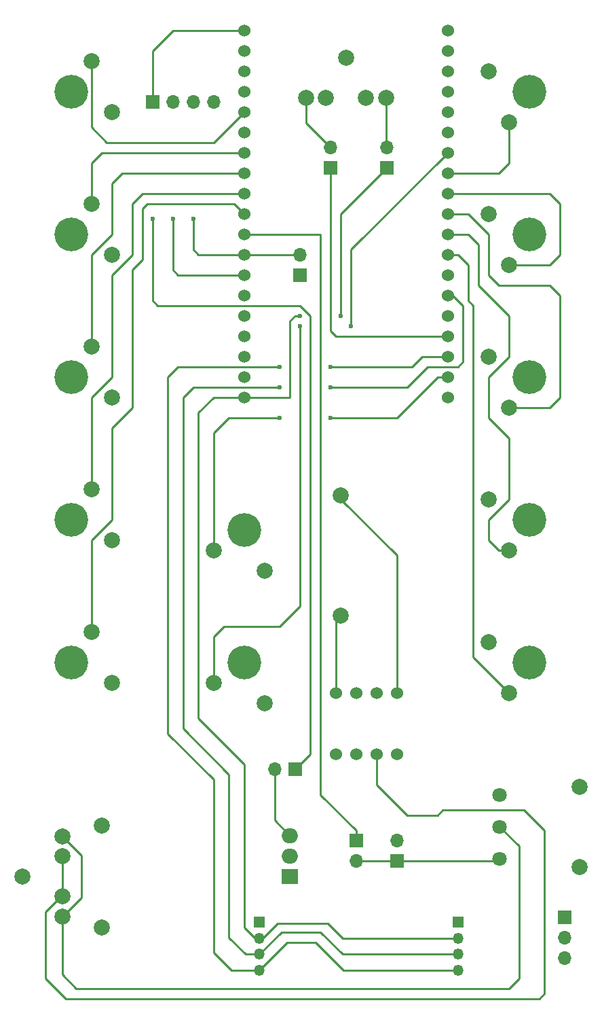
<source format=gtl>
G04 #@! TF.GenerationSoftware,KiCad,Pcbnew,(5.1.8)-1*
G04 #@! TF.CreationDate,2021-04-09T23:43:51+09:00*
G04 #@! TF.ProjectId,windsynyh5,77696e64-7379-46e7-9968-352e6b696361,rev?*
G04 #@! TF.SameCoordinates,Original*
G04 #@! TF.FileFunction,Copper,L1,Top*
G04 #@! TF.FilePolarity,Positive*
%FSLAX46Y46*%
G04 Gerber Fmt 4.6, Leading zero omitted, Abs format (unit mm)*
G04 Created by KiCad (PCBNEW (5.1.8)-1) date 2021-04-09 23:43:51*
%MOMM*%
%LPD*%
G01*
G04 APERTURE LIST*
G04 #@! TA.AperFunction,ComponentPad*
%ADD10C,2.000000*%
G04 #@! TD*
G04 #@! TA.AperFunction,ComponentPad*
%ADD11R,2.000000X1.905000*%
G04 #@! TD*
G04 #@! TA.AperFunction,ComponentPad*
%ADD12O,2.000000X1.905000*%
G04 #@! TD*
G04 #@! TA.AperFunction,ComponentPad*
%ADD13C,1.800000*%
G04 #@! TD*
G04 #@! TA.AperFunction,ComponentPad*
%ADD14C,1.524000*%
G04 #@! TD*
G04 #@! TA.AperFunction,ComponentPad*
%ADD15C,4.200000*%
G04 #@! TD*
G04 #@! TA.AperFunction,ComponentPad*
%ADD16R,1.700000X1.700000*%
G04 #@! TD*
G04 #@! TA.AperFunction,ComponentPad*
%ADD17O,1.700000X1.700000*%
G04 #@! TD*
G04 #@! TA.AperFunction,ComponentPad*
%ADD18R,1.350000X1.350000*%
G04 #@! TD*
G04 #@! TA.AperFunction,ComponentPad*
%ADD19O,1.350000X1.350000*%
G04 #@! TD*
G04 #@! TA.AperFunction,ViaPad*
%ADD20C,0.600000*%
G04 #@! TD*
G04 #@! TA.AperFunction,Conductor*
%ADD21C,0.250000*%
G04 #@! TD*
G04 APERTURE END LIST*
D10*
G04 #@! TO.P,HEADPHONE,5*
G04 #@! TO.N,Net-(P3-Pad2)*
X117650000Y-162005000D03*
G04 #@! TO.P,HEADPHONE,4*
G04 #@! TO.N,Net-(P3-Pad3)*
X117650000Y-164505000D03*
G04 #@! TO.P,HEADPHONE,3*
X117650000Y-169505000D03*
G04 #@! TO.P,HEADPHONE,2*
G04 #@! TO.N,Net-(P3-Pad2)*
X117650000Y-172005000D03*
G04 #@! TO.P,HEADPHONE,1*
G04 #@! TO.N,GND*
X112650000Y-167005000D03*
G04 #@! TD*
G04 #@! TO.P,TRS-MIDI,5*
G04 #@! TO.N,Net-(P8-Pad5)*
X158035000Y-70025000D03*
G04 #@! TO.P,TRS-MIDI,4*
G04 #@! TO.N,Net-(P8-Pad4)*
X155535000Y-70025000D03*
G04 #@! TO.P,TRS-MIDI,3*
G04 #@! TO.N,Net-(P8-Pad3)*
X150535000Y-70025000D03*
G04 #@! TO.P,TRS-MIDI,2*
G04 #@! TO.N,Net-(P8-Pad2)*
X148035000Y-70025000D03*
G04 #@! TO.P,TRS-MIDI,1*
G04 #@! TO.N,GND*
X153035000Y-65025000D03*
G04 #@! TD*
G04 #@! TO.P,BATTERY (\u002A),2*
G04 #@! TO.N,GND*
X122555000Y-160655000D03*
G04 #@! TO.P,BATTERY (\u002A),1*
G04 #@! TO.N,Net-(P4-Pad1)*
X122555000Y-173355000D03*
G04 #@! TD*
D11*
G04 #@! TO.P,L7805,1*
G04 #@! TO.N,+9V*
X146050000Y-167005000D03*
D12*
G04 #@! TO.P,L7805,2*
G04 #@! TO.N,GND*
X146050000Y-164465000D03*
G04 #@! TO.P,L7805,3*
G04 #@! TO.N,Net-(D2-Pad2)*
X146050000Y-161925000D03*
G04 #@! TD*
D10*
G04 #@! TO.P,VOLUME,*
G04 #@! TO.N,*
X182205000Y-165845000D03*
D13*
G04 #@! TO.P,VOLUME,3*
G04 #@! TO.N,Net-(C1-Pad1)*
X172205000Y-164845000D03*
G04 #@! TO.P,VOLUME,2*
G04 #@! TO.N,Net-(P3-Pad2)*
X172205000Y-160845000D03*
G04 #@! TO.P,VOLUME,1*
G04 #@! TO.N,GND*
X172205000Y-156845000D03*
D10*
G04 #@! TO.P,VOLUME,*
G04 #@! TO.N,*
X182205000Y-155845000D03*
G04 #@! TD*
D14*
G04 #@! TO.P,ESP32-DEVKIT-C (\u002A),10*
G04 #@! TO.N,Net-(KeyB1-Pad1)*
X140335000Y-84455000D03*
G04 #@! TO.P,ESP32-DEVKIT-C (\u002A),29*
G04 #@! TO.N,Net-(KeyD1-Pad1)*
X165735000Y-84455000D03*
G04 #@! TO.P,ESP32-DEVKIT-C (\u002A),9*
G04 #@! TO.N,Net-(R1-Pad1)*
X140335000Y-86995000D03*
G04 #@! TO.P,ESP32-DEVKIT-C (\u002A),8*
G04 #@! TO.N,Net-(D1-Pad2)*
X140335000Y-89535000D03*
G04 #@! TO.P,ESP32-DEVKIT-C (\u002A),7*
G04 #@! TO.N,Net-(P5-Pad2)*
X140335000Y-92075000D03*
G04 #@! TO.P,ESP32-DEVKIT-C (\u002A),6*
G04 #@! TO.N,Net-(U1-Pad6)*
X140335000Y-94615000D03*
G04 #@! TO.P,ESP32-DEVKIT-C (\u002A),5*
G04 #@! TO.N,Net-(U1-Pad5)*
X140335000Y-97155000D03*
G04 #@! TO.P,ESP32-DEVKIT-C (\u002A),11*
G04 #@! TO.N,Net-(KeyA1-Pad1)*
X140335000Y-81915000D03*
G04 #@! TO.P,ESP32-DEVKIT-C (\u002A),12*
G04 #@! TO.N,Net-(KeyG1-Pad1)*
X140335000Y-79375000D03*
G04 #@! TO.P,ESP32-DEVKIT-C (\u002A),13*
G04 #@! TO.N,Net-(KeyG#1-Pad1)*
X140335000Y-76835000D03*
G04 #@! TO.P,ESP32-DEVKIT-C (\u002A),14*
G04 #@! TO.N,GND*
X140335000Y-74295000D03*
G04 #@! TO.P,ESP32-DEVKIT-C (\u002A),15*
G04 #@! TO.N,Net-(KeyLowC#1-Pad1)*
X140335000Y-71755000D03*
G04 #@! TO.P,ESP32-DEVKIT-C (\u002A),16*
G04 #@! TO.N,Net-(U1-Pad16)*
X140335000Y-69215000D03*
G04 #@! TO.P,ESP32-DEVKIT-C (\u002A),17*
G04 #@! TO.N,Net-(U1-Pad17)*
X140335000Y-66675000D03*
G04 #@! TO.P,ESP32-DEVKIT-C (\u002A),4*
G04 #@! TO.N,Net-(U1-Pad4)*
X140335000Y-99695000D03*
G04 #@! TO.P,ESP32-DEVKIT-C (\u002A),3*
G04 #@! TO.N,Net-(U1-Pad3)*
X140335000Y-102235000D03*
G04 #@! TO.P,ESP32-DEVKIT-C (\u002A),18*
G04 #@! TO.N,Net-(U1-Pad18)*
X140335000Y-64135000D03*
G04 #@! TO.P,ESP32-DEVKIT-C (\u002A),2*
G04 #@! TO.N,Net-(U1-Pad2)*
X140335000Y-104775000D03*
G04 #@! TO.P,ESP32-DEVKIT-C (\u002A),1*
G04 #@! TO.N,Net-(P1-Pad2)*
X140335000Y-107315000D03*
G04 #@! TO.P,ESP32-DEVKIT-C (\u002A),19*
G04 #@! TO.N,+5V*
X140335000Y-61595000D03*
G04 #@! TO.P,ESP32-DEVKIT-C (\u002A),20*
G04 #@! TO.N,Net-(U1-Pad20)*
X165735000Y-61595000D03*
G04 #@! TO.P,ESP32-DEVKIT-C (\u002A),21*
G04 #@! TO.N,Net-(U1-Pad21)*
X165735000Y-64135000D03*
G04 #@! TO.P,ESP32-DEVKIT-C (\u002A),22*
G04 #@! TO.N,Net-(U1-Pad22)*
X165735000Y-66675000D03*
G04 #@! TO.P,ESP32-DEVKIT-C (\u002A),23*
G04 #@! TO.N,Net-(U1-Pad23)*
X165735000Y-69215000D03*
G04 #@! TO.P,ESP32-DEVKIT-C (\u002A),24*
G04 #@! TO.N,Net-(U1-Pad24)*
X165735000Y-71755000D03*
G04 #@! TO.P,ESP32-DEVKIT-C (\u002A),25*
G04 #@! TO.N,Net-(U1-Pad25)*
X165735000Y-74295000D03*
G04 #@! TO.P,ESP32-DEVKIT-C (\u002A),26*
G04 #@! TO.N,Net-(KeyUP1-Pad1)*
X165735000Y-76835000D03*
G04 #@! TO.P,ESP32-DEVKIT-C (\u002A),27*
G04 #@! TO.N,Net-(KeyLowC1-Pad1)*
X165735000Y-79375000D03*
G04 #@! TO.P,ESP32-DEVKIT-C (\u002A),28*
G04 #@! TO.N,Net-(KeyEb1-Pad1)*
X165735000Y-81915000D03*
G04 #@! TO.P,ESP32-DEVKIT-C (\u002A),30*
G04 #@! TO.N,Net-(KeyE1-Pad1)*
X165735000Y-86995000D03*
G04 #@! TO.P,ESP32-DEVKIT-C (\u002A),31*
G04 #@! TO.N,Net-(KeyF1-Pad1)*
X165735000Y-89535000D03*
G04 #@! TO.P,ESP32-DEVKIT-C (\u002A),32*
G04 #@! TO.N,GND*
X165735000Y-92075000D03*
G04 #@! TO.P,ESP32-DEVKIT-C (\u002A),33*
G04 #@! TO.N,Net-(P1-Pad3)*
X165735000Y-94615000D03*
G04 #@! TO.P,ESP32-DEVKIT-C (\u002A),34*
G04 #@! TO.N,Net-(U1-Pad34)*
X165735000Y-97155000D03*
G04 #@! TO.P,ESP32-DEVKIT-C (\u002A),35*
G04 #@! TO.N,Net-(R3-Pad1)*
X165735000Y-99695000D03*
G04 #@! TO.P,ESP32-DEVKIT-C (\u002A),36*
G04 #@! TO.N,Net-(P1-Pad4)*
X165735000Y-102235000D03*
G04 #@! TO.P,ESP32-DEVKIT-C (\u002A),37*
G04 #@! TO.N,Net-(KeyDown1-Pad1)*
X165735000Y-104775000D03*
G04 #@! TO.P,ESP32-DEVKIT-C (\u002A),38*
G04 #@! TO.N,GND*
X165735000Y-107315000D03*
G04 #@! TD*
D10*
G04 #@! TO.P,KeyLowC#,1*
G04 #@! TO.N,Net-(KeyLowC#1-Pad1)*
X121285000Y-65405000D03*
G04 #@! TO.P,KeyLowC#,2*
G04 #@! TO.N,GND*
X123825000Y-71755000D03*
D15*
G04 #@! TO.P,KeyLowC#,3*
G04 #@! TO.N,Net-(KeyLowC#1-Pad3)*
X118745000Y-69215000D03*
G04 #@! TD*
D10*
G04 #@! TO.P,KeyG#,1*
G04 #@! TO.N,Net-(KeyG#1-Pad1)*
X121285000Y-83185000D03*
G04 #@! TO.P,KeyG#,2*
G04 #@! TO.N,GND*
X123825000Y-89535000D03*
D15*
G04 #@! TO.P,KeyG#,3*
G04 #@! TO.N,Net-(KeyG#1-Pad3)*
X118745000Y-86995000D03*
G04 #@! TD*
D10*
G04 #@! TO.P,KeyG,1*
G04 #@! TO.N,Net-(KeyG1-Pad1)*
X121285000Y-100965000D03*
G04 #@! TO.P,KeyG,2*
G04 #@! TO.N,GND*
X123825000Y-107315000D03*
D15*
G04 #@! TO.P,KeyG,3*
G04 #@! TO.N,Net-(KeyG1-Pad3)*
X118745000Y-104775000D03*
G04 #@! TD*
D10*
G04 #@! TO.P,KeyA,1*
G04 #@! TO.N,Net-(KeyA1-Pad1)*
X121285000Y-118745000D03*
G04 #@! TO.P,KeyA,2*
G04 #@! TO.N,GND*
X123825000Y-125095000D03*
D15*
G04 #@! TO.P,KeyA,3*
G04 #@! TO.N,Net-(KeyA1-Pad3)*
X118745000Y-122555000D03*
G04 #@! TD*
D10*
G04 #@! TO.P,KeyB,1*
G04 #@! TO.N,Net-(KeyB1-Pad1)*
X121285000Y-136525000D03*
G04 #@! TO.P,KeyB,2*
G04 #@! TO.N,GND*
X123825000Y-142875000D03*
D15*
G04 #@! TO.P,KeyB,3*
G04 #@! TO.N,Net-(KeyB1-Pad3)*
X118745000Y-140335000D03*
G04 #@! TD*
D10*
G04 #@! TO.P,KeyLowC,1*
G04 #@! TO.N,Net-(KeyLowC1-Pad1)*
X173355000Y-73025000D03*
G04 #@! TO.P,KeyLowC,2*
G04 #@! TO.N,GND*
X170815000Y-66675000D03*
D15*
G04 #@! TO.P,KeyLowC,3*
G04 #@! TO.N,Net-(KeyLowC1-Pad3)*
X175895000Y-69215000D03*
G04 #@! TD*
D10*
G04 #@! TO.P,KeyEb,1*
G04 #@! TO.N,Net-(KeyEb1-Pad1)*
X173355000Y-90805000D03*
G04 #@! TO.P,KeyEb,2*
G04 #@! TO.N,GND*
X170815000Y-84455000D03*
D15*
G04 #@! TO.P,KeyEb,3*
G04 #@! TO.N,Net-(KeyEb1-Pad3)*
X175895000Y-86995000D03*
G04 #@! TD*
D10*
G04 #@! TO.P,KeyD,1*
G04 #@! TO.N,Net-(KeyD1-Pad1)*
X173355000Y-108585000D03*
G04 #@! TO.P,KeyD,2*
G04 #@! TO.N,GND*
X170815000Y-102235000D03*
D15*
G04 #@! TO.P,KeyD,3*
G04 #@! TO.N,Net-(KeyD1-Pad3)*
X175895000Y-104775000D03*
G04 #@! TD*
D10*
G04 #@! TO.P,KeyE,1*
G04 #@! TO.N,Net-(KeyE1-Pad1)*
X173355000Y-126365000D03*
G04 #@! TO.P,KeyE,2*
G04 #@! TO.N,GND*
X170815000Y-120015000D03*
D15*
G04 #@! TO.P,KeyE,3*
G04 #@! TO.N,Net-(KeyE1-Pad3)*
X175895000Y-122555000D03*
G04 #@! TD*
D10*
G04 #@! TO.P,KeyF,1*
G04 #@! TO.N,Net-(KeyF1-Pad1)*
X173355000Y-144145000D03*
G04 #@! TO.P,KeyF,2*
G04 #@! TO.N,GND*
X170815000Y-137795000D03*
D15*
G04 #@! TO.P,KeyF,3*
G04 #@! TO.N,Net-(KeyF1-Pad3)*
X175895000Y-140335000D03*
G04 #@! TD*
D10*
G04 #@! TO.P,KeyUP,1*
G04 #@! TO.N,Net-(KeyUP1-Pad1)*
X136525000Y-142875000D03*
G04 #@! TO.P,KeyUP,2*
G04 #@! TO.N,GND*
X142875000Y-145415000D03*
D15*
G04 #@! TO.P,KeyUP,3*
G04 #@! TO.N,Net-(KeyUP1-Pad3)*
X140335000Y-140335000D03*
G04 #@! TD*
D10*
G04 #@! TO.P,KeyDown,1*
G04 #@! TO.N,Net-(KeyDown1-Pad1)*
X136525000Y-126365000D03*
G04 #@! TO.P,KeyDown,2*
G04 #@! TO.N,GND*
X142875000Y-128905000D03*
D15*
G04 #@! TO.P,KeyDown,3*
G04 #@! TO.N,Net-(KeyDown1-Pad3)*
X140335000Y-123825000D03*
G04 #@! TD*
D14*
G04 #@! TO.P,AE-PAM8012,1*
G04 #@! TO.N,+5V*
X151765000Y-151765000D03*
G04 #@! TO.P,AE-PAM8012,2*
G04 #@! TO.N,GND*
X154305000Y-151765000D03*
G04 #@! TO.P,AE-PAM8012,3*
G04 #@! TO.N,Net-(P3-Pad3)*
X156845000Y-151765000D03*
G04 #@! TO.P,AE-PAM8012,4*
G04 #@! TO.N,GND*
X159385000Y-151765000D03*
G04 #@! TO.P,AE-PAM8012,5*
G04 #@! TO.N,Net-(P2-Pad1)*
X151765000Y-144145000D03*
G04 #@! TO.P,AE-PAM8012,6*
G04 #@! TO.N,Net-(P6-Pad6)*
X154305000Y-144145000D03*
G04 #@! TO.P,AE-PAM8012,7*
G04 #@! TO.N,Net-(P6-Pad7)*
X156845000Y-144145000D03*
G04 #@! TO.P,AE-PAM8012,8*
G04 #@! TO.N,Net-(P2-Pad2)*
X159385000Y-144145000D03*
G04 #@! TD*
D16*
G04 #@! TO.P,LED,1*
G04 #@! TO.N,GND*
X147320000Y-92075000D03*
D17*
G04 #@! TO.P,LED,2*
G04 #@! TO.N,Net-(D1-Pad2)*
X147320000Y-89535000D03*
G04 #@! TD*
D16*
G04 #@! TO.P,R1,1*
G04 #@! TO.N,Net-(R1-Pad1)*
X154305000Y-162560000D03*
D17*
G04 #@! TO.P,R1,2*
G04 #@! TO.N,Net-(C1-Pad1)*
X154305000Y-165100000D03*
G04 #@! TD*
D16*
G04 #@! TO.P,R2,1*
G04 #@! TO.N,Net-(P1-Pad2)*
X158115000Y-78740000D03*
D17*
G04 #@! TO.P,R2,2*
G04 #@! TO.N,Net-(P8-Pad5)*
X158115000Y-76200000D03*
G04 #@! TD*
D16*
G04 #@! TO.P,R3,1*
G04 #@! TO.N,Net-(R3-Pad1)*
X151130000Y-78740000D03*
D17*
G04 #@! TO.P,R3,2*
G04 #@! TO.N,Net-(P8-Pad2)*
X151130000Y-76200000D03*
G04 #@! TD*
D16*
G04 #@! TO.P,C1,1*
G04 #@! TO.N,Net-(C1-Pad1)*
X159385000Y-165100000D03*
D17*
G04 #@! TO.P,C1,2*
G04 #@! TO.N,GND*
X159385000Y-162560000D03*
G04 #@! TD*
D16*
G04 #@! TO.P,EXT,1*
G04 #@! TO.N,+5V*
X128905000Y-70485000D03*
D17*
G04 #@! TO.P,EXT,2*
G04 #@! TO.N,Net-(P5-Pad2)*
X131445000Y-70485000D03*
G04 #@! TO.P,EXT,3*
G04 #@! TO.N,Net-(D1-Pad2)*
X133985000Y-70485000D03*
G04 #@! TO.P,EXT,4*
G04 #@! TO.N,GND*
X136525000Y-70485000D03*
G04 #@! TD*
D10*
G04 #@! TO.P,SPEAKER (\u002A),1*
G04 #@! TO.N,Net-(P2-Pad1)*
X152400000Y-134500000D03*
G04 #@! TO.P,SPEAKER (\u002A),2*
G04 #@! TO.N,Net-(P2-Pad2)*
X152400000Y-119500000D03*
G04 #@! TD*
D18*
G04 #@! TO.P,SENSOR,1*
G04 #@! TO.N,GND*
X167005000Y-172720000D03*
D19*
G04 #@! TO.P,SENSOR,2*
G04 #@! TO.N,Net-(P1-Pad2)*
X167005000Y-174720000D03*
G04 #@! TO.P,SENSOR,3*
G04 #@! TO.N,Net-(P1-Pad3)*
X167005000Y-176720000D03*
G04 #@! TO.P,SENSOR,4*
G04 #@! TO.N,Net-(P1-Pad4)*
X167005000Y-178720000D03*
G04 #@! TD*
D18*
G04 #@! TO.P,I2C,1*
G04 #@! TO.N,GND*
X142240000Y-172720000D03*
D19*
G04 #@! TO.P,I2C,2*
G04 #@! TO.N,Net-(P1-Pad2)*
X142240000Y-174720000D03*
G04 #@! TO.P,I2C,3*
G04 #@! TO.N,Net-(P1-Pad3)*
X142240000Y-176720000D03*
G04 #@! TO.P,I2C,4*
G04 #@! TO.N,Net-(P1-Pad4)*
X142240000Y-178720000D03*
G04 #@! TD*
D16*
G04 #@! TO.P,SW1,1*
G04 #@! TO.N,+9V*
X180340000Y-172085000D03*
D17*
G04 #@! TO.P,SW1,2*
G04 #@! TO.N,Net-(P4-Pad1)*
X180340000Y-174625000D03*
G04 #@! TO.P,SW1,3*
G04 #@! TO.N,Net-(SW1-Pad3)*
X180340000Y-177165000D03*
G04 #@! TD*
D16*
G04 #@! TO.P,D2,1*
G04 #@! TO.N,+5V*
X146685000Y-153670000D03*
D17*
G04 #@! TO.P,D2,2*
G04 #@! TO.N,Net-(D2-Pad2)*
X144145000Y-153670000D03*
G04 #@! TD*
D20*
G04 #@! TO.N,Net-(P1-Pad3)*
X144780000Y-106045000D03*
X151130000Y-106045000D03*
G04 #@! TO.N,Net-(P1-Pad4)*
X144780000Y-103505000D03*
X151130000Y-103505000D03*
G04 #@! TO.N,+5V*
X128905000Y-85090000D03*
G04 #@! TO.N,Net-(KeyDown1-Pad1)*
X144780000Y-109855000D03*
X151130000Y-109855000D03*
G04 #@! TO.N,Net-(KeyUP1-Pad1)*
X147320000Y-98425000D03*
X153670000Y-98425000D03*
G04 #@! TO.N,Net-(P5-Pad2)*
X131445000Y-85090000D03*
G04 #@! TO.N,Net-(D1-Pad2)*
X133985000Y-85090000D03*
G04 #@! TO.N,Net-(P1-Pad2)*
X147320000Y-97155000D03*
X152400000Y-97155000D03*
G04 #@! TD*
D21*
G04 #@! TO.N,Net-(P1-Pad3)*
X165735000Y-94615000D02*
X166370000Y-94615000D01*
X165735000Y-94615000D02*
X166370000Y-94615000D01*
X140525000Y-176720000D02*
X138430000Y-174625000D01*
X138430000Y-174625000D02*
X138430000Y-154305000D01*
X138430000Y-154305000D02*
X132715000Y-148590000D01*
X132715000Y-148590000D02*
X132715000Y-107315000D01*
X166370000Y-94615000D02*
X167640000Y-95885000D01*
X167640000Y-95885000D02*
X167640000Y-102870000D01*
X167640000Y-102870000D02*
X167005000Y-103505000D01*
X133985000Y-106045000D02*
X132715000Y-107315000D01*
X133985000Y-106045000D02*
X144780000Y-106045000D01*
X151130000Y-106045000D02*
X160655000Y-106045000D01*
X160655000Y-106045000D02*
X163195000Y-103505000D01*
X163195000Y-103505000D02*
X167005000Y-103505000D01*
X152590000Y-176720000D02*
X167005000Y-176720000D01*
X149860000Y-173990000D02*
X152590000Y-176720000D01*
X144970000Y-173990000D02*
X149860000Y-173990000D01*
X142240000Y-176720000D02*
X144970000Y-173990000D01*
X140525000Y-176720000D02*
X142240000Y-176720000D01*
G04 #@! TO.N,Net-(P1-Pad4)*
X151130000Y-103505000D02*
X161290000Y-103505000D01*
X162560000Y-102235000D02*
X165735000Y-102235000D01*
X161290000Y-103505000D02*
X162560000Y-102235000D01*
X132080000Y-103505000D02*
X144780000Y-103505000D01*
X130810000Y-149225000D02*
X130810000Y-104775000D01*
X136525000Y-176530000D02*
X136525000Y-154940000D01*
X130810000Y-104775000D02*
X132080000Y-103505000D01*
X136525000Y-154940000D02*
X130810000Y-149225000D01*
X138715000Y-178720000D02*
X136525000Y-176530000D01*
X145700000Y-175260000D02*
X142240000Y-178720000D01*
X149225000Y-175260000D02*
X145700000Y-175260000D01*
X152685000Y-178720000D02*
X149225000Y-175260000D01*
X167005000Y-178720000D02*
X152685000Y-178720000D01*
X138715000Y-178720000D02*
X142240000Y-178720000D01*
G04 #@! TO.N,Net-(P2-Pad1)*
X151765000Y-135135000D02*
X152400000Y-134500000D01*
X151765000Y-144145000D02*
X151765000Y-135135000D01*
G04 #@! TO.N,+5V*
X140335000Y-61595000D02*
X140335000Y-60960000D01*
X128905000Y-70485000D02*
X128905000Y-64135000D01*
X131445000Y-61595000D02*
X140335000Y-61595000D01*
X128905000Y-64135000D02*
X131445000Y-61595000D01*
X148590000Y-151765000D02*
X146685000Y-153670000D01*
X148590000Y-97155000D02*
X148590000Y-151765000D01*
X147320000Y-95885000D02*
X148590000Y-97155000D01*
X129540000Y-95885000D02*
X147320000Y-95885000D01*
X128905000Y-95250000D02*
X129540000Y-95885000D01*
X128905000Y-85090000D02*
X128905000Y-95250000D01*
G04 #@! TO.N,Net-(KeyA1-Pad1)*
X140335000Y-81915000D02*
X127635000Y-81915000D01*
X121285000Y-107315000D02*
X121285000Y-118745000D01*
X123825000Y-104775000D02*
X121285000Y-107315000D01*
X123825000Y-92075000D02*
X123825000Y-104775000D01*
X126365000Y-89535000D02*
X123825000Y-92075000D01*
X126365000Y-83185000D02*
X126365000Y-89535000D01*
X127635000Y-81915000D02*
X126365000Y-83185000D01*
G04 #@! TO.N,Net-(KeyB1-Pad1)*
X140335000Y-84455000D02*
X139065000Y-83185000D01*
X121285000Y-125095000D02*
X121285000Y-136525000D01*
X123825000Y-122555000D02*
X121285000Y-125095000D01*
X123825000Y-111125000D02*
X123825000Y-122555000D01*
X126365000Y-108585000D02*
X123825000Y-111125000D01*
X126365000Y-91440000D02*
X126365000Y-108585000D01*
X127635000Y-90170000D02*
X126365000Y-91440000D01*
X127635000Y-83820000D02*
X127635000Y-90170000D01*
X128270000Y-83185000D02*
X127635000Y-83820000D01*
X139065000Y-83185000D02*
X128270000Y-83185000D01*
G04 #@! TO.N,Net-(KeyD1-Pad1)*
X165735000Y-84455000D02*
X168275000Y-84455000D01*
X178435000Y-108585000D02*
X173355000Y-108585000D01*
X179705000Y-107315000D02*
X178435000Y-108585000D01*
X179705000Y-94615000D02*
X179705000Y-107315000D01*
X178435000Y-93345000D02*
X179705000Y-94615000D01*
X172085000Y-93345000D02*
X178435000Y-93345000D01*
X170815000Y-92075000D02*
X172085000Y-93345000D01*
X170815000Y-86995000D02*
X170815000Y-92075000D01*
X168275000Y-84455000D02*
X170815000Y-86995000D01*
G04 #@! TO.N,Net-(KeyDown1-Pad1)*
X136525000Y-111760000D02*
X136525000Y-126365000D01*
X138430000Y-109855000D02*
X136525000Y-111760000D01*
X138430000Y-109855000D02*
X144780000Y-109855000D01*
X151130000Y-109855000D02*
X159385000Y-109855000D01*
X164465000Y-104775000D02*
X165735000Y-104775000D01*
X159385000Y-109855000D02*
X164465000Y-104775000D01*
G04 #@! TO.N,Net-(KeyE1-Pad1)*
X165735000Y-86995000D02*
X168275000Y-86995000D01*
X172085000Y-126365000D02*
X173355000Y-126365000D01*
X170815000Y-125095000D02*
X172085000Y-126365000D01*
X170815000Y-122555000D02*
X170815000Y-125095000D01*
X173355000Y-120015000D02*
X170815000Y-122555000D01*
X173355000Y-112395000D02*
X173355000Y-120015000D01*
X170815000Y-109855000D02*
X173355000Y-112395000D01*
X170815000Y-104775000D02*
X170815000Y-109855000D01*
X173355000Y-102235000D02*
X170815000Y-104775000D01*
X173355000Y-97155000D02*
X173355000Y-102235000D01*
X169545000Y-93345000D02*
X173355000Y-97155000D01*
X169545000Y-88265000D02*
X169545000Y-93345000D01*
X168275000Y-86995000D02*
X169545000Y-88265000D01*
G04 #@! TO.N,Net-(KeyEb1-Pad1)*
X165735000Y-81915000D02*
X178435000Y-81915000D01*
X178435000Y-90805000D02*
X173355000Y-90805000D01*
X179705000Y-89535000D02*
X178435000Y-90805000D01*
X179705000Y-83185000D02*
X179705000Y-89535000D01*
X178435000Y-81915000D02*
X179705000Y-83185000D01*
G04 #@! TO.N,Net-(KeyF1-Pad1)*
X165735000Y-89535000D02*
X167005000Y-89535000D01*
X167005000Y-89535000D02*
X168275000Y-90805000D01*
X168275000Y-90805000D02*
X168275000Y-95250000D01*
X168275000Y-95250000D02*
X168910000Y-95885000D01*
X168910000Y-139700000D02*
X173355000Y-144145000D01*
X168910000Y-95885000D02*
X168910000Y-139700000D01*
G04 #@! TO.N,Net-(KeyG#1-Pad1)*
X140335000Y-76835000D02*
X122555000Y-76835000D01*
X121285000Y-78105000D02*
X121285000Y-83185000D01*
X122555000Y-76835000D02*
X121285000Y-78105000D01*
G04 #@! TO.N,Net-(KeyG1-Pad1)*
X140335000Y-79375000D02*
X125095000Y-79375000D01*
X121285000Y-89535000D02*
X121285000Y-100965000D01*
X123825000Y-86995000D02*
X121285000Y-89535000D01*
X123825000Y-80645000D02*
X123825000Y-86995000D01*
X125095000Y-79375000D02*
X123825000Y-80645000D01*
G04 #@! TO.N,Net-(KeyLowC#1-Pad1)*
X140335000Y-71755000D02*
X136525000Y-75565000D01*
X121285000Y-73660000D02*
X121285000Y-65405000D01*
X123190000Y-75565000D02*
X121285000Y-73660000D01*
X136525000Y-75565000D02*
X123190000Y-75565000D01*
G04 #@! TO.N,Net-(KeyLowC1-Pad1)*
X173355000Y-73025000D02*
X173355000Y-78105000D01*
X172085000Y-79375000D02*
X165735000Y-79375000D01*
X173355000Y-78105000D02*
X172085000Y-79375000D01*
G04 #@! TO.N,Net-(KeyUP1-Pad1)*
X136525000Y-142875000D02*
X136525000Y-137160000D01*
X136525000Y-137160000D02*
X137795000Y-135890000D01*
X137795000Y-135890000D02*
X144780000Y-135890000D01*
X144780000Y-135890000D02*
X147320000Y-133350000D01*
X147320000Y-133350000D02*
X147320000Y-98425000D01*
X153670000Y-88900000D02*
X165735000Y-76835000D01*
X153670000Y-98425000D02*
X153670000Y-88900000D01*
G04 #@! TO.N,Net-(P5-Pad2)*
X140335000Y-92075000D02*
X132080000Y-92075000D01*
X131445000Y-91440000D02*
X131445000Y-85090000D01*
X132080000Y-92075000D02*
X131445000Y-91440000D01*
G04 #@! TO.N,Net-(P3-Pad2)*
X117650000Y-172005000D02*
X120015000Y-169640000D01*
X120015000Y-164370000D02*
X117650000Y-162005000D01*
X120015000Y-169640000D02*
X120015000Y-164370000D01*
X117650000Y-172005000D02*
X117650000Y-172895000D01*
X174625000Y-179705000D02*
X174625000Y-163265000D01*
X173355000Y-180975000D02*
X174625000Y-179705000D01*
X119380000Y-180975000D02*
X173355000Y-180975000D01*
X174625000Y-163265000D02*
X172205000Y-160845000D01*
X117650000Y-179245000D02*
X119380000Y-180975000D01*
X117650000Y-172005000D02*
X117650000Y-179245000D01*
G04 #@! TO.N,Net-(P3-Pad3)*
X117650000Y-169505000D02*
X117650000Y-164505000D01*
X156845000Y-155575000D02*
X156845000Y-151765000D01*
X164465000Y-159385000D02*
X160655000Y-159385000D01*
X165100000Y-158750000D02*
X164465000Y-159385000D01*
X160655000Y-159385000D02*
X156845000Y-155575000D01*
X177800000Y-181610000D02*
X177800000Y-161290000D01*
X177165000Y-182245000D02*
X177800000Y-181610000D01*
X118110000Y-182245000D02*
X177165000Y-182245000D01*
X175260000Y-158750000D02*
X165100000Y-158750000D01*
X115570000Y-179705000D02*
X118110000Y-182245000D01*
X177800000Y-161290000D02*
X175260000Y-158750000D01*
X115570000Y-171450000D02*
X115570000Y-179705000D01*
X117515000Y-169505000D02*
X115570000Y-171450000D01*
X117650000Y-169505000D02*
X117515000Y-169505000D01*
G04 #@! TO.N,Net-(P2-Pad2)*
X152400000Y-119500000D02*
X152400000Y-120015000D01*
X152400000Y-120015000D02*
X159385000Y-127000000D01*
X159385000Y-127000000D02*
X159385000Y-144145000D01*
G04 #@! TO.N,Net-(D1-Pad2)*
X140335000Y-89535000D02*
X147320000Y-89535000D01*
X140335000Y-89535000D02*
X134620000Y-89535000D01*
X133985000Y-88900000D02*
X133985000Y-85090000D01*
X134620000Y-89535000D02*
X133985000Y-88900000D01*
G04 #@! TO.N,Net-(P8-Pad5)*
X158035000Y-76120000D02*
X158115000Y-76200000D01*
X158035000Y-70025000D02*
X158035000Y-76120000D01*
G04 #@! TO.N,Net-(R1-Pad1)*
X149860000Y-156845000D02*
X149860000Y-86995000D01*
X149860000Y-86995000D02*
X140335000Y-86995000D01*
X154305000Y-161290000D02*
X149860000Y-156845000D01*
X154305000Y-162560000D02*
X154305000Y-161290000D01*
G04 #@! TO.N,Net-(C1-Pad1)*
X159385000Y-165100000D02*
X154305000Y-165100000D01*
X171950000Y-165100000D02*
X172205000Y-164845000D01*
X159385000Y-165100000D02*
X171950000Y-165100000D01*
G04 #@! TO.N,Net-(P1-Pad2)*
X141700000Y-174720000D02*
X140335000Y-173355000D01*
X140335000Y-173355000D02*
X140335000Y-167640000D01*
X140335000Y-153035000D02*
X134620000Y-147320000D01*
X134620000Y-147320000D02*
X134620000Y-109220000D01*
X136525000Y-107315000D02*
X140335000Y-107315000D01*
X134620000Y-109220000D02*
X136525000Y-107315000D01*
X140335000Y-167640000D02*
X140335000Y-153035000D01*
X140335000Y-107315000D02*
X146050000Y-107315000D01*
X146050000Y-107315000D02*
X146050000Y-99060000D01*
X146050000Y-99060000D02*
X146050000Y-97790000D01*
X146050000Y-97790000D02*
X146685000Y-97155000D01*
X146685000Y-97155000D02*
X147320000Y-97155000D01*
X152622000Y-174720000D02*
X167005000Y-174720000D01*
X150749000Y-172847000D02*
X152622000Y-174720000D01*
X144526000Y-172847000D02*
X150749000Y-172847000D01*
X142653000Y-174720000D02*
X144526000Y-172847000D01*
X142240000Y-174720000D02*
X142653000Y-174720000D01*
X152400000Y-84455000D02*
X158115000Y-78740000D01*
X152400000Y-97155000D02*
X152400000Y-84455000D01*
G04 #@! TO.N,Net-(P8-Pad2)*
X148035000Y-73105000D02*
X151130000Y-76200000D01*
X148035000Y-70025000D02*
X148035000Y-73105000D01*
G04 #@! TO.N,Net-(D2-Pad2)*
X146050000Y-161925000D02*
X144145000Y-160020000D01*
X144145000Y-160020000D02*
X144145000Y-153670000D01*
G04 #@! TO.N,Net-(R3-Pad1)*
X165735000Y-99695000D02*
X151765000Y-99695000D01*
X151130000Y-99060000D02*
X151130000Y-78740000D01*
X151765000Y-99695000D02*
X151130000Y-99060000D01*
G04 #@! TD*
M02*

</source>
